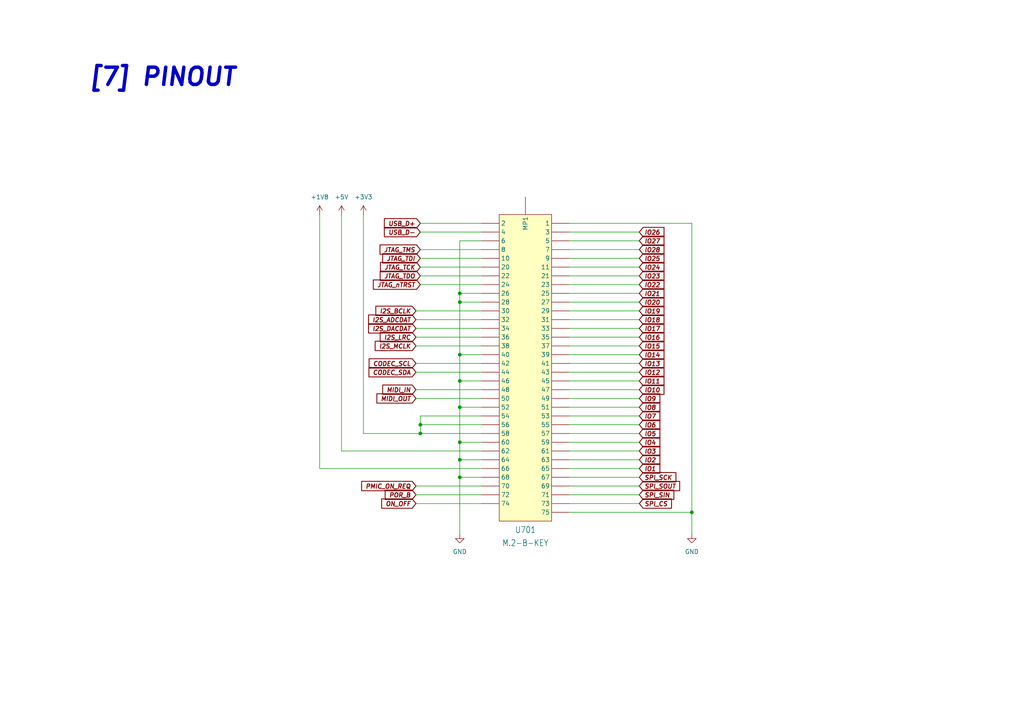
<source format=kicad_sch>
(kicad_sch (version 20211123) (generator eeschema)
  (paper "A4")
  (title_block (title "MIMXRT164 MCU Module") (date "2023-06-24") (rev "0"))
  (lib_symbols
    (symbol "MY CONNECTOR LIBRARY:M.2-B-KEY"
      (property "Value" "M.2-B-KEY" (at 1.27 -48.26 0))
      (symbol "M.2-B-KEY_1_0"
        (rectangle (start -7.62 43.18) (end 7.62 -45.72) (fill (type background)))
        (pin bidirectional line (at 0 48.26 270) (length 5.08) (name "MP1") (number "MOUNTING-HOLE"))
        (pin bidirectional line (at 12.7 40.64 180) (length 5.08) (name "1") (number "P$1"))
        (pin bidirectional line (at -12.7 30.48 0) (length 5.08) (name "10") (number "P$10"))
        (pin bidirectional line (at 12.7 27.94 180) (length 5.08) (name "11") (number "P$11"))
        (pin bidirectional line (at -12.7 40.64 0) (length 5.08) (name "2") (number "P$2"))
        (pin bidirectional line (at -12.7 27.94 0) (length 5.08) (name "20") (number "P$20"))
        (pin bidirectional line (at 12.7 25.4 180) (length 5.08) (name "21") (number "P$21"))
        (pin bidirectional line (at -12.7 25.4 0) (length 5.08) (name "22") (number "P$22"))
        (pin bidirectional line (at 12.7 22.86 180) (length 5.08) (name "23") (number "P$23"))
        (pin bidirectional line (at -12.7 22.86 0) (length 5.08) (name "24") (number "P$24"))
        (pin bidirectional line (at 12.7 20.32 180) (length 5.08) (name "25") (number "P$25"))
        (pin bidirectional line (at -12.7 20.32 0) (length 5.08) (name "26") (number "P$26"))
        (pin bidirectional line (at 12.7 17.78 180) (length 5.08) (name "27") (number "P$27"))
        (pin bidirectional line (at -12.7 17.78 0) (length 5.08) (name "28") (number "P$28"))
        (pin bidirectional line (at 12.7 15.24 180) (length 5.08) (name "29") (number "P$29"))
        (pin bidirectional line (at 12.7 38.1 180) (length 5.08) (name "3") (number "P$3"))
        (pin bidirectional line (at -12.7 15.24 0) (length 5.08) (name "30") (number "P$30"))
        (pin bidirectional line (at 12.7 12.7 180) (length 5.08) (name "31") (number "P$31"))
        (pin bidirectional line (at -12.7 12.7 0) (length 5.08) (name "32") (number "P$32"))
        (pin bidirectional line (at 12.7 10.16 180) (length 5.08) (name "33") (number "P$33"))
        (pin bidirectional line (at -12.7 10.16 0) (length 5.08) (name "34") (number "P$34"))
        (pin bidirectional line (at 12.7 7.62 180) (length 5.08) (name "35") (number "P$35"))
        (pin bidirectional line (at -12.7 7.62 0) (length 5.08) (name "36") (number "P$36"))
        (pin bidirectional line (at 12.7 5.08 180) (length 5.08) (name "37") (number "P$37"))
        (pin bidirectional line (at -12.7 5.08 0) (length 5.08) (name "38") (number "P$38"))
        (pin bidirectional line (at 12.7 2.54 180) (length 5.08) (name "39") (number "P$39"))
        (pin bidirectional line (at -12.7 38.1 0) (length 5.08) (name "4") (number "P$4"))
        (pin bidirectional line (at -12.7 2.54 0) (length 5.08) (name "40") (number "P$40"))
        (pin bidirectional line (at 12.7 0 180) (length 5.08) (name "41") (number "P$41"))
        (pin bidirectional line (at -12.7 0 0) (length 5.08) (name "42") (number "P$42"))
        (pin bidirectional line (at 12.7 -2.54 180) (length 5.08) (name "43") (number "P$43"))
        (pin bidirectional line (at -12.7 -2.54 0) (length 5.08) (name "44") (number "P$44"))
        (pin bidirectional line (at 12.7 -5.08 180) (length 5.08) (name "45") (number "P$45"))
        (pin bidirectional line (at -12.7 -5.08 0) (length 5.08) (name "46") (number "P$46"))
        (pin bidirectional line (at 12.7 -7.62 180) (length 5.08) (name "47") (number "P$47"))
        (pin bidirectional line (at -12.7 -7.62 0) (length 5.08) (name "48") (number "P$48"))
        (pin bidirectional line (at 12.7 -10.16 180) (length 5.08) (name "49") (number "P$49"))
        (pin bidirectional line (at 12.7 35.56 180) (length 5.08) (name "5") (number "P$5"))
        (pin bidirectional line (at -12.7 -10.16 0) (length 5.08) (name "50") (number "P$50"))
        (pin bidirectional line (at 12.7 -12.7 180) (length 5.08) (name "51") (number "P$51"))
        (pin bidirectional line (at -12.7 -12.7 0) (length 5.08) (name "52") (number "P$52"))
        (pin bidirectional line (at 12.7 -15.24 180) (length 5.08) (name "53") (number "P$53"))
        (pin bidirectional line (at -12.7 -15.24 0) (length 5.08) (name "54") (number "P$54"))
        (pin bidirectional line (at 12.7 -17.78 180) (length 5.08) (name "55") (number "P$55"))
        (pin bidirectional line (at -12.7 -17.78 0) (length 5.08) (name "56") (number "P$56"))
        (pin bidirectional line (at 12.7 -20.32 180) (length 5.08) (name "57") (number "P$57"))
        (pin bidirectional line (at -12.7 -20.32 0) (length 5.08) (name "58") (number "P$58"))
        (pin bidirectional line (at 12.7 -22.86 180) (length 5.08) (name "59") (number "P$59"))
        (pin bidirectional line (at -12.7 35.56 0) (length 5.08) (name "6") (number "P$6"))
        (pin bidirectional line (at -12.7 -22.86 0) (length 5.08) (name "60") (number "P$60"))
        (pin bidirectional line (at 12.7 -25.4 180) (length 5.08) (name "61") (number "P$61"))
        (pin bidirectional line (at -12.7 -25.4 0) (length 5.08) (name "62") (number "P$62"))
        (pin bidirectional line (at 12.7 -27.94 180) (length 5.08) (name "63") (number "P$63"))
        (pin bidirectional line (at -12.7 -27.94 0) (length 5.08) (name "64") (number "P$64"))
        (pin bidirectional line (at 12.7 -30.48 180) (length 5.08) (name "65") (number "P$65"))
        (pin bidirectional line (at -12.7 -30.48 0) (length 5.08) (name "66") (number "P$66"))
        (pin bidirectional line (at 12.7 -33.02 180) (length 5.08) (name "67") (number "P$67"))
        (pin bidirectional line (at -12.7 -33.02 0) (length 5.08) (name "68") (number "P$68"))
        (pin bidirectional line (at 12.7 -35.56 180) (length 5.08) (name "69") (number "P$69"))
        (pin bidirectional line (at 12.7 33.02 180) (length 5.08) (name "7") (number "P$7"))
        (pin bidirectional line (at -12.7 -35.56 0) (length 5.08) (name "70") (number "P$70"))
        (pin bidirectional line (at 12.7 -38.1 180) (length 5.08) (name "71") (number "P$71"))
        (pin bidirectional line (at -12.7 -38.1 0) (length 5.08) (name "72") (number "P$72"))
        (pin bidirectional line (at 12.7 -40.64 180) (length 5.08) (name "73") (number "P$73"))
        (pin bidirectional line (at -12.7 -40.64 0) (length 5.08) (name "74") (number "P$74"))
        (pin bidirectional line (at 12.7 -43.18 180) (length 5.08) (name "75") (number "P$75"))
        (pin bidirectional line (at -12.7 33.02 0) (length 5.08) (name "8") (number "P$8"))
        (pin bidirectional line (at 12.7 30.48 180) (length 5.08) (name "9") (number "P$9"))
      )
    )
    (symbol "power:+1V8" (power) (pin_names (offset 0))
      (property "Value" "+1V8" (at 0 3.556 0))
      (symbol "+1V8_0_1"
        (polyline (pts (xy -0.762 1.27) (xy 0 2.54)))
        (polyline (pts (xy 0 0) (xy 0 2.54)))
        (polyline (pts (xy 0 2.54) (xy 0.762 1.27)))
      )
      (symbol "+1V8_1_1"
        (pin power_in line (at 0 0 90) (length 0) hide (name "+1V8") (number "1"))
      )
    )
    (symbol "power:+3V3" (power) (pin_names (offset 0))
      (property "Value" "+3V3" (at 0 3.556 0))
      (symbol "+3V3_0_1"
        (polyline (pts (xy -0.762 1.27) (xy 0 2.54)))
        (polyline (pts (xy 0 0) (xy 0 2.54)))
        (polyline (pts (xy 0 2.54) (xy 0.762 1.27)))
      )
      (symbol "+3V3_1_1"
        (pin power_in line (at 0 0 90) (length 0) hide (name "+3V3") (number "1"))
      )
    )
    (symbol "power:+5V" (power) (pin_names (offset 0))
      (property "Value" "+5V" (at 0 3.556 0))
      (symbol "+5V_0_1"
        (polyline (pts (xy -0.762 1.27) (xy 0 2.54)))
        (polyline (pts (xy 0 0) (xy 0 2.54)))
        (polyline (pts (xy 0 2.54) (xy 0.762 1.27)))
      )
      (symbol "+5V_1_1"
        (pin power_in line (at 0 0 90) (length 0) hide (name "+5V") (number "1"))
      )
    )
    (symbol "power:GND" (power) (pin_names (offset 0))
      (property "Value" "GND" (at 0 -3.81 0))
      (symbol "GND_0_1"
        (polyline (pts (xy 0 0) (xy 0 -1.27) (xy 1.27 -1.27) (xy 0 -2.54) (xy -1.27 -1.27) (xy 0 -1.27)))
      )
      (symbol "GND_1_1"
        (pin power_in line (at 0 0 270) (length 0) hide (name "GND") (number "1"))
      )
    )
  )
  (junction (at 133.35 133.35))
  (junction (at 133.35 128.27))
  (junction (at 133.35 87.63))
  (junction (at 133.35 102.87))
  (junction (at 200.66 148.59))
  (junction (at 133.35 118.11))
  (junction (at 121.92 125.73))
  (junction (at 133.35 138.43))
  (junction (at 133.35 110.49))
  (junction (at 121.92 123.19))
  (junction (at 133.35 85.09))
  (wire (pts (xy 133.35 87.63) (xy 133.35 102.87)))
  (wire (pts (xy 120.65 143.51) (xy 139.7 143.51)))
  (wire (pts (xy 165.1 69.85) (xy 185.42 69.85)))
  (wire (pts (xy 165.1 85.09) (xy 185.42 85.09)))
  (wire (pts (xy 165.1 113.03) (xy 185.42 113.03)))
  (wire (pts (xy 133.35 110.49) (xy 133.35 118.11)))
  (wire (pts (xy 165.1 102.87) (xy 185.42 102.87)))
  (wire (pts (xy 120.65 113.03) (xy 139.7 113.03)))
  (wire (pts (xy 120.65 97.79) (xy 139.7 97.79)))
  (wire (pts (xy 165.1 64.77) (xy 200.66 64.77)))
  (wire (pts (xy 139.7 110.49) (xy 133.35 110.49)))
  (wire (pts (xy 139.7 133.35) (xy 133.35 133.35)))
  (wire (pts (xy 165.1 125.73) (xy 185.42 125.73)))
  (wire (pts (xy 121.92 123.19) (xy 139.7 123.19)))
  (wire (pts (xy 165.1 130.81) (xy 185.42 130.81)))
  (wire (pts (xy 165.1 123.19) (xy 185.42 123.19)))
  (wire (pts (xy 121.92 120.65) (xy 139.7 120.65)))
  (wire (pts (xy 165.1 90.17) (xy 185.42 90.17)))
  (wire (pts (xy 121.92 125.73) (xy 139.7 125.73)))
  (wire (pts (xy 165.1 72.39) (xy 185.42 72.39)))
  (wire (pts (xy 165.1 92.71) (xy 185.42 92.71)))
  (wire (pts (xy 133.35 102.87) (xy 139.7 102.87)))
  (wire (pts (xy 165.1 95.25) (xy 185.42 95.25)))
  (wire (pts (xy 133.35 118.11) (xy 133.35 128.27)))
  (wire (pts (xy 121.92 77.47) (xy 139.7 77.47)))
  (wire (pts (xy 121.92 80.01) (xy 139.7 80.01)))
  (wire (pts (xy 133.35 85.09) (xy 133.35 69.85)))
  (wire (pts (xy 121.92 72.39) (xy 139.7 72.39)))
  (wire (pts (xy 133.35 69.85) (xy 139.7 69.85)))
  (wire (pts (xy 139.7 85.09) (xy 133.35 85.09)))
  (wire (pts (xy 99.06 130.81) (xy 99.06 62.23)))
  (wire (pts (xy 165.1 74.93) (xy 185.42 74.93)))
  (wire (pts (xy 120.65 90.17) (xy 139.7 90.17)))
  (wire (pts (xy 139.7 87.63) (xy 133.35 87.63)))
  (wire (pts (xy 120.65 100.33) (xy 139.7 100.33)))
  (wire (pts (xy 200.66 148.59) (xy 200.66 64.77)))
  (wire (pts (xy 165.1 100.33) (xy 185.42 100.33)))
  (wire (pts (xy 133.35 133.35) (xy 133.35 138.43)))
  (wire (pts (xy 139.7 130.81) (xy 99.06 130.81)))
  (wire (pts (xy 120.65 92.71) (xy 139.7 92.71)))
  (wire (pts (xy 121.92 74.93) (xy 139.7 74.93)))
  (wire (pts (xy 165.1 133.35) (xy 185.42 133.35)))
  (wire (pts (xy 165.1 140.97) (xy 185.42 140.97)))
  (wire (pts (xy 165.1 110.49) (xy 185.42 110.49)))
  (wire (pts (xy 133.35 128.27) (xy 133.35 133.35)))
  (wire (pts (xy 165.1 67.31) (xy 185.42 67.31)))
  (wire (pts (xy 120.65 105.41) (xy 139.7 105.41)))
  (wire (pts (xy 133.35 85.09) (xy 133.35 87.63)))
  (wire (pts (xy 165.1 138.43) (xy 185.42 138.43)))
  (wire (pts (xy 121.92 64.77) (xy 139.7 64.77)))
  (wire (pts (xy 121.92 82.55) (xy 139.7 82.55)))
  (wire (pts (xy 165.1 143.51) (xy 185.42 143.51)))
  (wire (pts (xy 165.1 77.47) (xy 185.42 77.47)))
  (wire (pts (xy 139.7 135.89) (xy 92.71 135.89)))
  (wire (pts (xy 105.41 125.73) (xy 105.41 62.23)))
  (wire (pts (xy 165.1 115.57) (xy 185.42 115.57)))
  (wire (pts (xy 120.65 107.95) (xy 139.7 107.95)))
  (wire (pts (xy 165.1 120.65) (xy 185.42 120.65)))
  (wire (pts (xy 165.1 87.63) (xy 185.42 87.63)))
  (wire (pts (xy 120.65 95.25) (xy 139.7 95.25)))
  (wire (pts (xy 121.92 120.65) (xy 121.92 123.19)))
  (wire (pts (xy 120.65 140.97) (xy 139.7 140.97)))
  (wire (pts (xy 133.35 110.49) (xy 133.35 102.87)))
  (wire (pts (xy 165.1 97.79) (xy 185.42 97.79)))
  (wire (pts (xy 120.65 115.57) (xy 139.7 115.57)))
  (wire (pts (xy 165.1 82.55) (xy 185.42 82.55)))
  (wire (pts (xy 165.1 118.11) (xy 185.42 118.11)))
  (wire (pts (xy 165.1 105.41) (xy 185.42 105.41)))
  (wire (pts (xy 165.1 146.05) (xy 185.42 146.05)))
  (wire (pts (xy 139.7 138.43) (xy 133.35 138.43)))
  (wire (pts (xy 121.92 123.19) (xy 121.92 125.73)))
  (wire (pts (xy 105.41 125.73) (xy 121.92 125.73)))
  (wire (pts (xy 165.1 107.95) (xy 185.42 107.95)))
  (wire (pts (xy 200.66 154.94) (xy 200.66 148.59)))
  (wire (pts (xy 139.7 128.27) (xy 133.35 128.27)))
  (wire (pts (xy 165.1 148.59) (xy 200.66 148.59)))
  (wire (pts (xy 139.7 118.11) (xy 133.35 118.11)))
  (wire (pts (xy 165.1 135.89) (xy 185.42 135.89)))
  (wire (pts (xy 120.65 146.05) (xy 139.7 146.05)))
  (wire (pts (xy 165.1 128.27) (xy 185.42 128.27)))
  (wire (pts (xy 133.35 138.43) (xy 133.35 154.94)))
  (wire (pts (xy 165.1 80.01) (xy 185.42 80.01)))
  (wire (pts (xy 92.71 135.89) (xy 92.71 62.23)))
  (wire (pts (xy 121.92 67.31) (xy 139.7 67.31)))
  (text "[7] PINOUT" (at 25.4 25.4 0) (effects (font (size 5 5) (thickness 1) bold italic) (justify left bottom)))
  (global_label "JTAG_TMS" (shape input) (at 121.92 72.39 180) (effects (font bold italic)) (property "Intersheet References" "${INTERSHEET_REFS}" (effects hide)))
  (global_label "IO26" (shape input) (at 185.42 67.31 0) (effects (font bold italic)) (property "Intersheet References" "${INTERSHEET_REFS}" (effects hide)))
  (global_label "IO12" (shape input) (at 185.42 107.95 0) (effects (font bold italic)) (property "Intersheet References" "${INTERSHEET_REFS}" (effects hide)))
  (global_label "IO17" (shape input) (at 185.42 95.25 0) (effects (font bold italic)) (property "Intersheet References" "${INTERSHEET_REFS}" (effects hide)))
  (global_label "I2S_MCLK" (shape input) (at 120.65 100.33 180) (effects (font bold italic)) (property "Intersheet References" "${INTERSHEET_REFS}" (effects hide)))
  (global_label "I2S_BCLK" (shape input) (at 120.65 90.17 180) (effects (font bold italic)) (property "Intersheet References" "${INTERSHEET_REFS}" (effects hide)))
  (global_label "IO15" (shape input) (at 185.42 100.33 0) (effects (font bold italic)) (property "Intersheet References" "${INTERSHEET_REFS}" (effects hide)))
  (global_label "IO16" (shape input) (at 185.42 97.79 0) (effects (font bold italic)) (property "Intersheet References" "${INTERSHEET_REFS}" (effects hide)))
  (global_label "IO1" (shape input) (at 185.42 135.89 0) (effects (font bold italic)) (property "Intersheet References" "${INTERSHEET_REFS}" (effects hide)))
  (global_label "SPI_SOUT" (shape input) (at 185.42 140.97 0) (effects (font bold italic)) (property "Intersheet References" "${INTERSHEET_REFS}" (effects hide)))
  (global_label "IO8" (shape input) (at 185.42 118.11 0) (effects (font bold italic)) (property "Intersheet References" "${INTERSHEET_REFS}" (effects hide)))
  (global_label "IO6" (shape input) (at 185.42 123.19 0) (effects (font bold italic)) (property "Intersheet References" "${INTERSHEET_REFS}" (effects hide)))
  (global_label "IO22" (shape input) (at 185.42 82.55 0) (effects (font bold italic)) (property "Intersheet References" "${INTERSHEET_REFS}" (effects hide)))
  (global_label "JTAG_TDI" (shape input) (at 121.92 74.93 180) (effects (font bold italic)) (property "Intersheet References" "${INTERSHEET_REFS}" (effects hide)))
  (global_label "IO23" (shape input) (at 185.42 80.01 0) (effects (font bold italic)) (property "Intersheet References" "${INTERSHEET_REFS}" (effects hide)))
  (global_label "IO10" (shape input) (at 185.42 113.03 0) (effects (font bold italic)) (property "Intersheet References" "${INTERSHEET_REFS}" (effects hide)))
  (global_label "USB_D-" (shape input) (at 121.92 67.31 180) (effects (font bold italic)) (property "Intersheet References" "${INTERSHEET_REFS}" (effects hide)))
  (global_label "MIDI_OUT" (shape input) (at 120.65 115.57 180) (effects (font bold italic)) (property "Intersheet References" "${INTERSHEET_REFS}" (effects hide)))
  (global_label "IO19" (shape input) (at 185.42 90.17 0) (effects (font bold italic)) (property "Intersheet References" "${INTERSHEET_REFS}" (effects hide)))
  (global_label "IO28" (shape input) (at 185.42 72.39 0) (effects (font bold italic)) (property "Intersheet References" "${INTERSHEET_REFS}" (effects hide)))
  (global_label "SPI_SIN" (shape input) (at 185.42 143.51 0) (effects (font bold italic)) (property "Intersheet References" "${INTERSHEET_REFS}" (effects hide)))
  (global_label "IO24" (shape input) (at 185.42 77.47 0) (effects (font bold italic)) (property "Intersheet References" "${INTERSHEET_REFS}" (effects hide)))
  (global_label "SPI_CS" (shape input) (at 185.42 146.05 0) (effects (font bold italic)) (property "Intersheet References" "${INTERSHEET_REFS}" (effects hide)))
  (global_label "IO5" (shape input) (at 185.42 125.73 0) (effects (font bold italic)) (property "Intersheet References" "${INTERSHEET_REFS}" (effects hide)))
  (global_label "IO3" (shape input) (at 185.42 130.81 0) (effects (font bold italic)) (property "Intersheet References" "${INTERSHEET_REFS}" (effects hide)))
  (global_label "IO9" (shape input) (at 185.42 115.57 0) (effects (font bold italic)) (property "Intersheet References" "${INTERSHEET_REFS}" (effects hide)))
  (global_label "MIDI_IN" (shape input) (at 120.65 113.03 180) (effects (font bold italic)) (property "Intersheet References" "${INTERSHEET_REFS}" (effects hide)))
  (global_label "IO4" (shape input) (at 185.42 128.27 0) (effects (font bold italic)) (property "Intersheet References" "${INTERSHEET_REFS}" (effects hide)))
  (global_label "IO18" (shape input) (at 185.42 92.71 0) (effects (font bold italic)) (property "Intersheet References" "${INTERSHEET_REFS}" (effects hide)))
  (global_label "I2S_LRC" (shape input) (at 120.65 97.79 180) (effects (font bold italic)) (property "Intersheet References" "${INTERSHEET_REFS}" (effects hide)))
  (global_label "IO2" (shape input) (at 185.42 133.35 0) (effects (font bold italic)) (property "Intersheet References" "${INTERSHEET_REFS}" (effects hide)))
  (global_label "I2S_DACDAT" (shape input) (at 120.65 95.25 180) (effects (font bold italic)) (property "Intersheet References" "${INTERSHEET_REFS}" (effects hide)))
  (global_label "JTAG_TCK" (shape input) (at 121.92 77.47 180) (effects (font bold italic)) (property "Intersheet References" "${INTERSHEET_REFS}" (effects hide)))
  (global_label "IO27" (shape input) (at 185.42 69.85 0) (effects (font bold italic)) (property "Intersheet References" "${INTERSHEET_REFS}" (effects hide)))
  (global_label "POR_B" (shape input) (at 120.65 143.51 180) (effects (font bold italic)) (property "Intersheet References" "${INTERSHEET_REFS}" (effects hide)))
  (global_label "CODEC_SCL" (shape input) (at 120.65 105.41 180) (effects (font bold italic)) (property "Intersheet References" "${INTERSHEET_REFS}" (effects hide)))
  (global_label "JTAG_TDO" (shape input) (at 121.92 80.01 180) (effects (font bold italic)) (property "Intersheet References" "${INTERSHEET_REFS}" (effects hide)))
  (global_label "SPI_SCK" (shape input) (at 185.42 138.43 0) (effects (font bold italic)) (property "Intersheet References" "${INTERSHEET_REFS}" (effects hide)))
  (global_label "JTAG_nTRST" (shape input) (at 121.92 82.55 180) (effects (font bold italic)) (property "Intersheet References" "${INTERSHEET_REFS}" (effects hide)))
  (global_label "PMIC_ON_REQ" (shape input) (at 120.65 140.97 180) (effects (font bold italic)) (property "Intersheet References" "${INTERSHEET_REFS}" (effects hide)))
  (global_label "IO7" (shape input) (at 185.42 120.65 0) (effects (font bold italic)) (property "Intersheet References" "${INTERSHEET_REFS}" (effects hide)))
  (global_label "ON_OFF" (shape input) (at 120.65 146.05 180) (effects (font bold italic)) (property "Intersheet References" "${INTERSHEET_REFS}" (effects hide)))
  (global_label "I2S_ADCDAT" (shape input) (at 120.65 92.71 180) (effects (font bold italic)) (property "Intersheet References" "${INTERSHEET_REFS}" (effects hide)))
  (global_label "IO11" (shape input) (at 185.42 110.49 0) (effects (font bold italic)) (property "Intersheet References" "${INTERSHEET_REFS}" (effects hide)))
  (global_label "IO25" (shape input) (at 185.42 74.93 0) (effects (font bold italic)) (property "Intersheet References" "${INTERSHEET_REFS}" (effects hide)))
  (global_label "CODEC_SDA" (shape input) (at 120.65 107.95 180) (effects (font bold italic)) (property "Intersheet References" "${INTERSHEET_REFS}" (effects hide)))
  (global_label "IO13" (shape input) (at 185.42 105.41 0) (effects (font bold italic)) (property "Intersheet References" "${INTERSHEET_REFS}" (effects hide)))
  (global_label "IO21" (shape input) (at 185.42 85.09 0) (effects (font bold italic)) (property "Intersheet References" "${INTERSHEET_REFS}" (effects hide)))
  (global_label "IO20" (shape input) (at 185.42 87.63 0) (effects (font bold italic)) (property "Intersheet References" "${INTERSHEET_REFS}" (effects hide)))
  (global_label "USB_D+" (shape input) (at 121.92 64.77 180) (effects (font bold italic)) (property "Intersheet References" "${INTERSHEET_REFS}" (effects hide)))
  (global_label "IO14" (shape input) (at 185.42 102.87 0) (effects (font bold italic)) (property "Intersheet References" "${INTERSHEET_REFS}" (effects hide)))
  (symbol (lib_id "MY CONNECTOR LIBRARY:M.2-B-KEY") (at 152.4 105.41 0) (unit 1)
    (property "Reference" "U701" (at 152.4 153.67 0) (effects (font (size 1.778 1.5113))))
    (property "Value" "M.2-B-KEY" (at 152.4 157.48 0) (effects (font (size 1.778 1.5113))))
    (property "Footprint" "MY CONNECTOR LIBRARY:M.2-B-KEY" (effects hide))
  )
  (symbol (lib_id "power:+5V") (at 99.06 62.23 0) (unit 1)
    (property "Reference" "#PWR0702" (effects hide))
    (property "Value" "+5V" (at 99.06 57.15 0))
  )
  (symbol (lib_id "power:GND") (at 133.35 154.94 0) (unit 1)
    (property "Reference" "#PWR0704" (effects hide))
    (property "Value" "GND" (at 133.35 160.02 0))
  )
  (symbol (lib_id "power:+3V3") (at 105.41 62.23 0) (unit 1)
    (property "Reference" "#PWR0703" (effects hide))
    (property "Value" "+3V3" (at 105.41 57.15 0))
  )
  (symbol (lib_id "power:+1V8") (at 92.71 62.23 0) (unit 1)
    (property "Reference" "#PWR0701" (effects hide))
    (property "Value" "+1V8" (at 92.71 57.15 0))
  )
  (symbol (lib_id "power:GND") (at 200.66 154.94 0) (unit 1)
    (property "Reference" "#PWR0705" (effects hide))
    (property "Value" "GND" (at 200.66 160.02 0))
  )
)
</source>
